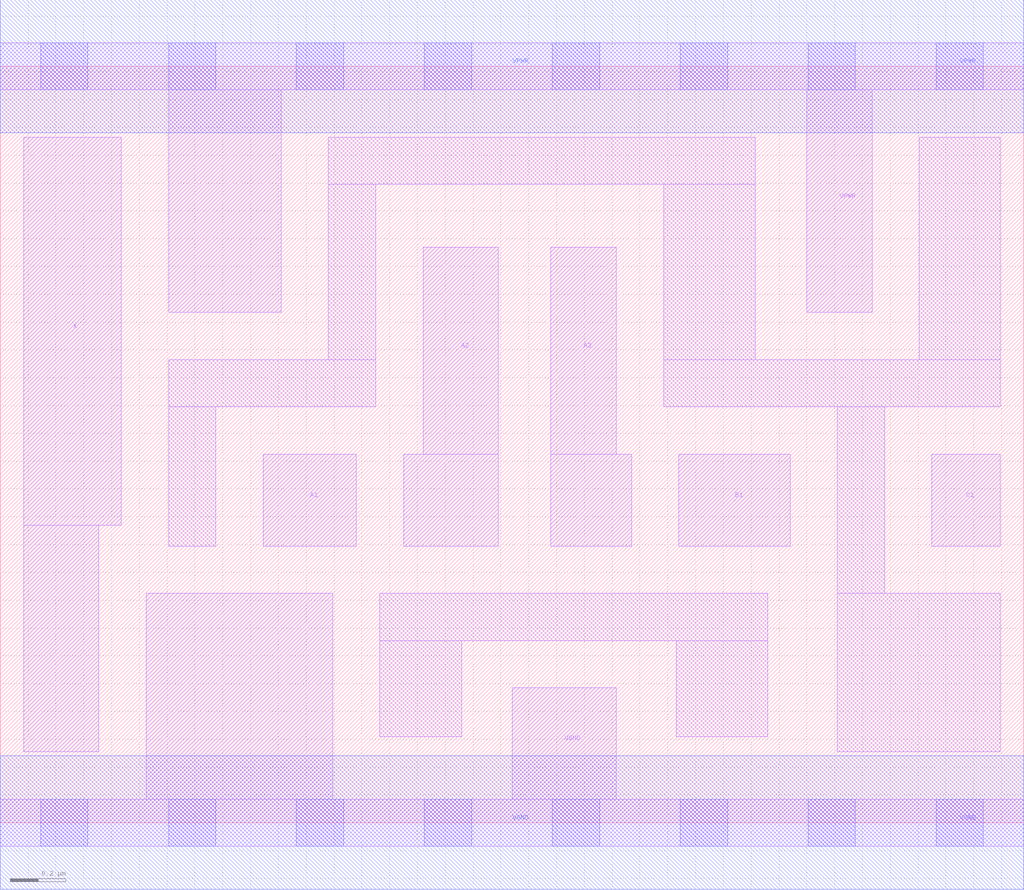
<source format=lef>
# Copyright 2020 The SkyWater PDK Authors
#
# Licensed under the Apache License, Version 2.0 (the "License");
# you may not use this file except in compliance with the License.
# You may obtain a copy of the License at
#
#     https://www.apache.org/licenses/LICENSE-2.0
#
# Unless required by applicable law or agreed to in writing, software
# distributed under the License is distributed on an "AS IS" BASIS,
# WITHOUT WARRANTIES OR CONDITIONS OF ANY KIND, either express or implied.
# See the License for the specific language governing permissions and
# limitations under the License.
#
# SPDX-License-Identifier: Apache-2.0

VERSION 5.7 ;
  NAMESCASESENSITIVE ON ;
  NOWIREEXTENSIONATPIN ON ;
  DIVIDERCHAR "/" ;
  BUSBITCHARS "[]" ;
UNITS
  DATABASE MICRONS 200 ;
END UNITS
MACRO sky130_fd_sc_hd__o311a_1
  CLASS CORE ;
  SOURCE USER ;
  FOREIGN sky130_fd_sc_hd__o311a_1 ;
  ORIGIN  0.000000  0.000000 ;
  SIZE  3.680000 BY  2.720000 ;
  SYMMETRY X Y R90 ;
  SITE unithd ;
  PIN A1
    ANTENNAGATEAREA  0.247500 ;
    DIRECTION INPUT ;
    USE SIGNAL ;
    PORT
      LAYER li1 ;
        RECT 0.945000 0.995000 1.280000 1.325000 ;
    END
  END A1
  PIN A2
    ANTENNAGATEAREA  0.247500 ;
    DIRECTION INPUT ;
    USE SIGNAL ;
    PORT
      LAYER li1 ;
        RECT 1.450000 0.995000 1.790000 1.325000 ;
        RECT 1.520000 1.325000 1.790000 2.070000 ;
    END
  END A2
  PIN A3
    ANTENNAGATEAREA  0.247500 ;
    DIRECTION INPUT ;
    USE SIGNAL ;
    PORT
      LAYER li1 ;
        RECT 1.980000 0.995000 2.270000 1.325000 ;
        RECT 1.980000 1.325000 2.215000 2.070000 ;
    END
  END A3
  PIN B1
    ANTENNAGATEAREA  0.247500 ;
    DIRECTION INPUT ;
    USE SIGNAL ;
    PORT
      LAYER li1 ;
        RECT 2.440000 0.995000 2.840000 1.325000 ;
    END
  END B1
  PIN C1
    ANTENNAGATEAREA  0.247500 ;
    DIRECTION INPUT ;
    USE SIGNAL ;
    PORT
      LAYER li1 ;
        RECT 3.350000 0.995000 3.595000 1.325000 ;
    END
  END C1
  PIN X
    ANTENNADIFFAREA  0.429000 ;
    DIRECTION OUTPUT ;
    USE SIGNAL ;
    PORT
      LAYER li1 ;
        RECT 0.085000 0.255000 0.355000 1.070000 ;
        RECT 0.085000 1.070000 0.435000 2.465000 ;
    END
  END X
  PIN VGND
    DIRECTION INOUT ;
    SHAPE ABUTMENT ;
    USE GROUND ;
    PORT
      LAYER li1 ;
        RECT 0.000000 -0.085000 3.680000 0.085000 ;
        RECT 0.525000  0.085000 1.195000 0.825000 ;
        RECT 1.840000  0.085000 2.215000 0.485000 ;
      LAYER mcon ;
        RECT 0.145000 -0.085000 0.315000 0.085000 ;
        RECT 0.605000 -0.085000 0.775000 0.085000 ;
        RECT 1.065000 -0.085000 1.235000 0.085000 ;
        RECT 1.525000 -0.085000 1.695000 0.085000 ;
        RECT 1.985000 -0.085000 2.155000 0.085000 ;
        RECT 2.445000 -0.085000 2.615000 0.085000 ;
        RECT 2.905000 -0.085000 3.075000 0.085000 ;
        RECT 3.365000 -0.085000 3.535000 0.085000 ;
      LAYER met1 ;
        RECT 0.000000 -0.240000 3.680000 0.240000 ;
    END
  END VGND
  PIN VPWR
    DIRECTION INOUT ;
    SHAPE ABUTMENT ;
    USE POWER ;
    PORT
      LAYER li1 ;
        RECT 0.000000 2.635000 3.680000 2.805000 ;
        RECT 0.605000 1.835000 1.010000 2.635000 ;
        RECT 2.900000 1.835000 3.135000 2.635000 ;
      LAYER mcon ;
        RECT 0.145000 2.635000 0.315000 2.805000 ;
        RECT 0.605000 2.635000 0.775000 2.805000 ;
        RECT 1.065000 2.635000 1.235000 2.805000 ;
        RECT 1.525000 2.635000 1.695000 2.805000 ;
        RECT 1.985000 2.635000 2.155000 2.805000 ;
        RECT 2.445000 2.635000 2.615000 2.805000 ;
        RECT 2.905000 2.635000 3.075000 2.805000 ;
        RECT 3.365000 2.635000 3.535000 2.805000 ;
      LAYER met1 ;
        RECT 0.000000 2.480000 3.680000 2.960000 ;
    END
  END VPWR
  OBS
    LAYER li1 ;
      RECT 0.605000 0.995000 0.775000 1.495000 ;
      RECT 0.605000 1.495000 1.350000 1.665000 ;
      RECT 1.180000 1.665000 1.350000 2.295000 ;
      RECT 1.180000 2.295000 2.715000 2.465000 ;
      RECT 1.365000 0.310000 1.660000 0.655000 ;
      RECT 1.365000 0.655000 2.760000 0.825000 ;
      RECT 2.385000 1.495000 3.595000 1.665000 ;
      RECT 2.385000 1.665000 2.715000 2.295000 ;
      RECT 2.430000 0.310000 2.760000 0.655000 ;
      RECT 3.010000 0.255000 3.595000 0.825000 ;
      RECT 3.010000 0.825000 3.180000 1.495000 ;
      RECT 3.305000 1.665000 3.595000 2.465000 ;
  END
END sky130_fd_sc_hd__o311a_1

</source>
